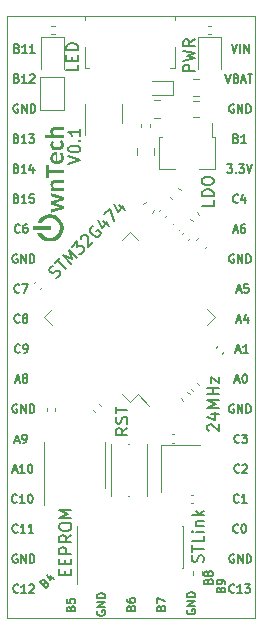
<source format=gbr>
%TF.GenerationSoftware,KiCad,Pcbnew,6.0.1-79c1e3a40b~116~ubuntu20.04.1*%
%TF.CreationDate,2022-03-09T16:59:07+01:00*%
%TF.ProjectId,microcontroller_mini,6d696372-6f63-46f6-9e74-726f6c6c6572,rev?*%
%TF.SameCoordinates,Original*%
%TF.FileFunction,Legend,Top*%
%TF.FilePolarity,Positive*%
%FSLAX46Y46*%
G04 Gerber Fmt 4.6, Leading zero omitted, Abs format (unit mm)*
G04 Created by KiCad (PCBNEW 6.0.1-79c1e3a40b~116~ubuntu20.04.1) date 2022-03-09 16:59:07*
%MOMM*%
%LPD*%
G01*
G04 APERTURE LIST*
%ADD10C,0.150000*%
%ADD11C,0.120000*%
G04 APERTURE END LIST*
D10*
X104833333Y-87920000D02*
X104800000Y-87953333D01*
X104700000Y-87986666D01*
X104633333Y-87986666D01*
X104533333Y-87953333D01*
X104466666Y-87886666D01*
X104433333Y-87820000D01*
X104400000Y-87686666D01*
X104400000Y-87586666D01*
X104433333Y-87453333D01*
X104466666Y-87386666D01*
X104533333Y-87320000D01*
X104633333Y-87286666D01*
X104700000Y-87286666D01*
X104800000Y-87320000D01*
X104833333Y-87353333D01*
X105100000Y-87353333D02*
X105133333Y-87320000D01*
X105200000Y-87286666D01*
X105366666Y-87286666D01*
X105433333Y-87320000D01*
X105466666Y-87353333D01*
X105500000Y-87420000D01*
X105500000Y-87486666D01*
X105466666Y-87586666D01*
X105066666Y-87986666D01*
X105500000Y-87986666D01*
X86120000Y-98090000D02*
X86086666Y-98123333D01*
X85986666Y-98156666D01*
X85920000Y-98156666D01*
X85820000Y-98123333D01*
X85753333Y-98056666D01*
X85720000Y-97990000D01*
X85686666Y-97856666D01*
X85686666Y-97756666D01*
X85720000Y-97623333D01*
X85753333Y-97556666D01*
X85820000Y-97490000D01*
X85920000Y-97456666D01*
X85986666Y-97456666D01*
X86086666Y-97490000D01*
X86120000Y-97523333D01*
X86786666Y-98156666D02*
X86386666Y-98156666D01*
X86586666Y-98156666D02*
X86586666Y-97456666D01*
X86520000Y-97556666D01*
X86453333Y-97623333D01*
X86386666Y-97656666D01*
X87053333Y-97523333D02*
X87086666Y-97490000D01*
X87153333Y-97456666D01*
X87320000Y-97456666D01*
X87386666Y-97490000D01*
X87420000Y-97523333D01*
X87453333Y-97590000D01*
X87453333Y-97656666D01*
X87420000Y-97756666D01*
X87020000Y-98156666D01*
X87453333Y-98156666D01*
X104620000Y-72556666D02*
X104953333Y-72556666D01*
X104553333Y-72756666D02*
X104786666Y-72056666D01*
X105020000Y-72756666D01*
X105586666Y-72056666D02*
X105253333Y-72056666D01*
X105220000Y-72390000D01*
X105253333Y-72356666D01*
X105320000Y-72323333D01*
X105486666Y-72323333D01*
X105553333Y-72356666D01*
X105586666Y-72390000D01*
X105620000Y-72456666D01*
X105620000Y-72623333D01*
X105586666Y-72690000D01*
X105553333Y-72723333D01*
X105486666Y-72756666D01*
X105320000Y-72756666D01*
X105253333Y-72723333D01*
X105220000Y-72690000D01*
X85963333Y-64760000D02*
X86063333Y-64793333D01*
X86096666Y-64826666D01*
X86130000Y-64893333D01*
X86130000Y-64993333D01*
X86096666Y-65060000D01*
X86063333Y-65093333D01*
X85996666Y-65126666D01*
X85730000Y-65126666D01*
X85730000Y-64426666D01*
X85963333Y-64426666D01*
X86030000Y-64460000D01*
X86063333Y-64493333D01*
X86096666Y-64560000D01*
X86096666Y-64626666D01*
X86063333Y-64693333D01*
X86030000Y-64726666D01*
X85963333Y-64760000D01*
X85730000Y-64760000D01*
X86796666Y-65126666D02*
X86396666Y-65126666D01*
X86596666Y-65126666D02*
X86596666Y-64426666D01*
X86530000Y-64526666D01*
X86463333Y-64593333D01*
X86396666Y-64626666D01*
X87430000Y-64426666D02*
X87096666Y-64426666D01*
X87063333Y-64760000D01*
X87096666Y-64726666D01*
X87163333Y-64693333D01*
X87330000Y-64693333D01*
X87396666Y-64726666D01*
X87430000Y-64760000D01*
X87463333Y-64826666D01*
X87463333Y-64993333D01*
X87430000Y-65060000D01*
X87396666Y-65093333D01*
X87330000Y-65126666D01*
X87163333Y-65126666D01*
X87096666Y-65093333D01*
X87063333Y-65060000D01*
X86026666Y-94950000D02*
X85960000Y-94916666D01*
X85860000Y-94916666D01*
X85760000Y-94950000D01*
X85693333Y-95016666D01*
X85660000Y-95083333D01*
X85626666Y-95216666D01*
X85626666Y-95316666D01*
X85660000Y-95450000D01*
X85693333Y-95516666D01*
X85760000Y-95583333D01*
X85860000Y-95616666D01*
X85926666Y-95616666D01*
X86026666Y-95583333D01*
X86060000Y-95550000D01*
X86060000Y-95316666D01*
X85926666Y-95316666D01*
X86360000Y-95616666D02*
X86360000Y-94916666D01*
X86760000Y-95616666D01*
X86760000Y-94916666D01*
X87093333Y-95616666D02*
X87093333Y-94916666D01*
X87260000Y-94916666D01*
X87360000Y-94950000D01*
X87426666Y-95016666D01*
X87460000Y-95083333D01*
X87493333Y-95216666D01*
X87493333Y-95316666D01*
X87460000Y-95450000D01*
X87426666Y-95516666D01*
X87360000Y-95583333D01*
X87260000Y-95616666D01*
X87093333Y-95616666D01*
X86096666Y-56840000D02*
X86030000Y-56806666D01*
X85930000Y-56806666D01*
X85830000Y-56840000D01*
X85763333Y-56906666D01*
X85730000Y-56973333D01*
X85696666Y-57106666D01*
X85696666Y-57206666D01*
X85730000Y-57340000D01*
X85763333Y-57406666D01*
X85830000Y-57473333D01*
X85930000Y-57506666D01*
X85996666Y-57506666D01*
X86096666Y-57473333D01*
X86130000Y-57440000D01*
X86130000Y-57206666D01*
X85996666Y-57206666D01*
X86430000Y-57506666D02*
X86430000Y-56806666D01*
X86830000Y-57506666D01*
X86830000Y-56806666D01*
X87163333Y-57506666D02*
X87163333Y-56806666D01*
X87330000Y-56806666D01*
X87430000Y-56840000D01*
X87496666Y-56906666D01*
X87530000Y-56973333D01*
X87563333Y-57106666D01*
X87563333Y-57206666D01*
X87530000Y-57340000D01*
X87496666Y-57406666D01*
X87430000Y-57473333D01*
X87330000Y-57506666D01*
X87163333Y-57506666D01*
X104733333Y-65070000D02*
X104700000Y-65103333D01*
X104600000Y-65136666D01*
X104533333Y-65136666D01*
X104433333Y-65103333D01*
X104366666Y-65036666D01*
X104333333Y-64970000D01*
X104300000Y-64836666D01*
X104300000Y-64736666D01*
X104333333Y-64603333D01*
X104366666Y-64536666D01*
X104433333Y-64470000D01*
X104533333Y-64436666D01*
X104600000Y-64436666D01*
X104700000Y-64470000D01*
X104733333Y-64503333D01*
X105333333Y-64670000D02*
X105333333Y-65136666D01*
X105166666Y-64403333D02*
X105000000Y-64903333D01*
X105433333Y-64903333D01*
X92800000Y-99683333D02*
X92766666Y-99750000D01*
X92766666Y-99850000D01*
X92800000Y-99950000D01*
X92866666Y-100016666D01*
X92933333Y-100050000D01*
X93066666Y-100083333D01*
X93166666Y-100083333D01*
X93300000Y-100050000D01*
X93366666Y-100016666D01*
X93433333Y-99950000D01*
X93466666Y-99850000D01*
X93466666Y-99783333D01*
X93433333Y-99683333D01*
X93400000Y-99650000D01*
X93166666Y-99650000D01*
X93166666Y-99783333D01*
X93466666Y-99350000D02*
X92766666Y-99350000D01*
X93466666Y-98950000D01*
X92766666Y-98950000D01*
X93466666Y-98616666D02*
X92766666Y-98616666D01*
X92766666Y-98450000D01*
X92800000Y-98350000D01*
X92866666Y-98283333D01*
X92933333Y-98250000D01*
X93066666Y-98216666D01*
X93166666Y-98216666D01*
X93300000Y-98250000D01*
X93366666Y-98283333D01*
X93433333Y-98350000D01*
X93466666Y-98450000D01*
X93466666Y-98616666D01*
X86023333Y-52070000D02*
X86123333Y-52103333D01*
X86156666Y-52136666D01*
X86190000Y-52203333D01*
X86190000Y-52303333D01*
X86156666Y-52370000D01*
X86123333Y-52403333D01*
X86056666Y-52436666D01*
X85790000Y-52436666D01*
X85790000Y-51736666D01*
X86023333Y-51736666D01*
X86090000Y-51770000D01*
X86123333Y-51803333D01*
X86156666Y-51870000D01*
X86156666Y-51936666D01*
X86123333Y-52003333D01*
X86090000Y-52036666D01*
X86023333Y-52070000D01*
X85790000Y-52070000D01*
X86856666Y-52436666D02*
X86456666Y-52436666D01*
X86656666Y-52436666D02*
X86656666Y-51736666D01*
X86590000Y-51836666D01*
X86523333Y-51903333D01*
X86456666Y-51936666D01*
X87523333Y-52436666D02*
X87123333Y-52436666D01*
X87323333Y-52436666D02*
X87323333Y-51736666D01*
X87256666Y-51836666D01*
X87190000Y-51903333D01*
X87123333Y-51936666D01*
X103650000Y-54276666D02*
X103883333Y-54976666D01*
X104116666Y-54276666D01*
X104583333Y-54610000D02*
X104683333Y-54643333D01*
X104716666Y-54676666D01*
X104750000Y-54743333D01*
X104750000Y-54843333D01*
X104716666Y-54910000D01*
X104683333Y-54943333D01*
X104616666Y-54976666D01*
X104350000Y-54976666D01*
X104350000Y-54276666D01*
X104583333Y-54276666D01*
X104650000Y-54310000D01*
X104683333Y-54343333D01*
X104716666Y-54410000D01*
X104716666Y-54476666D01*
X104683333Y-54543333D01*
X104650000Y-54576666D01*
X104583333Y-54610000D01*
X104350000Y-54610000D01*
X105016666Y-54776666D02*
X105350000Y-54776666D01*
X104950000Y-54976666D02*
X105183333Y-54276666D01*
X105416666Y-54976666D01*
X105550000Y-54276666D02*
X105950000Y-54276666D01*
X105750000Y-54976666D02*
X105750000Y-54276666D01*
X85890000Y-80166666D02*
X86223333Y-80166666D01*
X85823333Y-80366666D02*
X86056666Y-79666666D01*
X86290000Y-80366666D01*
X86623333Y-79966666D02*
X86556666Y-79933333D01*
X86523333Y-79900000D01*
X86490000Y-79833333D01*
X86490000Y-79800000D01*
X86523333Y-79733333D01*
X86556666Y-79700000D01*
X86623333Y-79666666D01*
X86756666Y-79666666D01*
X86823333Y-79700000D01*
X86856666Y-79733333D01*
X86890000Y-79800000D01*
X86890000Y-79833333D01*
X86856666Y-79900000D01*
X86823333Y-79933333D01*
X86756666Y-79966666D01*
X86623333Y-79966666D01*
X86556666Y-80000000D01*
X86523333Y-80033333D01*
X86490000Y-80100000D01*
X86490000Y-80233333D01*
X86523333Y-80300000D01*
X86556666Y-80333333D01*
X86623333Y-80366666D01*
X86756666Y-80366666D01*
X86823333Y-80333333D01*
X86856666Y-80300000D01*
X86890000Y-80233333D01*
X86890000Y-80100000D01*
X86856666Y-80033333D01*
X86823333Y-80000000D01*
X86756666Y-79966666D01*
X104366666Y-56840000D02*
X104300000Y-56806666D01*
X104200000Y-56806666D01*
X104100000Y-56840000D01*
X104033333Y-56906666D01*
X104000000Y-56973333D01*
X103966666Y-57106666D01*
X103966666Y-57206666D01*
X104000000Y-57340000D01*
X104033333Y-57406666D01*
X104100000Y-57473333D01*
X104200000Y-57506666D01*
X104266666Y-57506666D01*
X104366666Y-57473333D01*
X104400000Y-57440000D01*
X104400000Y-57206666D01*
X104266666Y-57206666D01*
X104700000Y-57506666D02*
X104700000Y-56806666D01*
X105100000Y-57506666D01*
X105100000Y-56806666D01*
X105433333Y-57506666D02*
X105433333Y-56806666D01*
X105600000Y-56806666D01*
X105700000Y-56840000D01*
X105766666Y-56906666D01*
X105800000Y-56973333D01*
X105833333Y-57106666D01*
X105833333Y-57206666D01*
X105800000Y-57340000D01*
X105766666Y-57406666D01*
X105700000Y-57473333D01*
X105600000Y-57506666D01*
X105433333Y-57506666D01*
X104490000Y-80166666D02*
X104823333Y-80166666D01*
X104423333Y-80366666D02*
X104656666Y-79666666D01*
X104890000Y-80366666D01*
X105256666Y-79666666D02*
X105323333Y-79666666D01*
X105390000Y-79700000D01*
X105423333Y-79733333D01*
X105456666Y-79800000D01*
X105490000Y-79933333D01*
X105490000Y-80100000D01*
X105456666Y-80233333D01*
X105423333Y-80300000D01*
X105390000Y-80333333D01*
X105323333Y-80366666D01*
X105256666Y-80366666D01*
X105190000Y-80333333D01*
X105156666Y-80300000D01*
X105123333Y-80233333D01*
X105090000Y-80100000D01*
X105090000Y-79933333D01*
X105123333Y-79800000D01*
X105156666Y-79733333D01*
X105190000Y-79700000D01*
X105256666Y-79666666D01*
X104366666Y-82250000D02*
X104300000Y-82216666D01*
X104200000Y-82216666D01*
X104100000Y-82250000D01*
X104033333Y-82316666D01*
X104000000Y-82383333D01*
X103966666Y-82516666D01*
X103966666Y-82616666D01*
X104000000Y-82750000D01*
X104033333Y-82816666D01*
X104100000Y-82883333D01*
X104200000Y-82916666D01*
X104266666Y-82916666D01*
X104366666Y-82883333D01*
X104400000Y-82850000D01*
X104400000Y-82616666D01*
X104266666Y-82616666D01*
X104700000Y-82916666D02*
X104700000Y-82216666D01*
X105100000Y-82916666D01*
X105100000Y-82216666D01*
X105433333Y-82916666D02*
X105433333Y-82216666D01*
X105600000Y-82216666D01*
X105700000Y-82250000D01*
X105766666Y-82316666D01*
X105800000Y-82383333D01*
X105833333Y-82516666D01*
X105833333Y-82616666D01*
X105800000Y-82750000D01*
X105766666Y-82816666D01*
X105700000Y-82883333D01*
X105600000Y-82916666D01*
X105433333Y-82916666D01*
X86016666Y-82250000D02*
X85950000Y-82216666D01*
X85850000Y-82216666D01*
X85750000Y-82250000D01*
X85683333Y-82316666D01*
X85650000Y-82383333D01*
X85616666Y-82516666D01*
X85616666Y-82616666D01*
X85650000Y-82750000D01*
X85683333Y-82816666D01*
X85750000Y-82883333D01*
X85850000Y-82916666D01*
X85916666Y-82916666D01*
X86016666Y-82883333D01*
X86050000Y-82850000D01*
X86050000Y-82616666D01*
X85916666Y-82616666D01*
X86350000Y-82916666D02*
X86350000Y-82216666D01*
X86750000Y-82916666D01*
X86750000Y-82216666D01*
X87083333Y-82916666D02*
X87083333Y-82216666D01*
X87250000Y-82216666D01*
X87350000Y-82250000D01*
X87416666Y-82316666D01*
X87450000Y-82383333D01*
X87483333Y-82516666D01*
X87483333Y-82616666D01*
X87450000Y-82750000D01*
X87416666Y-82816666D01*
X87350000Y-82883333D01*
X87250000Y-82916666D01*
X87083333Y-82916666D01*
X86026666Y-69550800D02*
X85960000Y-69517466D01*
X85860000Y-69517466D01*
X85760000Y-69550800D01*
X85693333Y-69617466D01*
X85660000Y-69684133D01*
X85626666Y-69817466D01*
X85626666Y-69917466D01*
X85660000Y-70050800D01*
X85693333Y-70117466D01*
X85760000Y-70184133D01*
X85860000Y-70217466D01*
X85926666Y-70217466D01*
X86026666Y-70184133D01*
X86060000Y-70150800D01*
X86060000Y-69917466D01*
X85926666Y-69917466D01*
X86360000Y-70217466D02*
X86360000Y-69517466D01*
X86760000Y-70217466D01*
X86760000Y-69517466D01*
X87093333Y-70217466D02*
X87093333Y-69517466D01*
X87260000Y-69517466D01*
X87360000Y-69550800D01*
X87426666Y-69617466D01*
X87460000Y-69684133D01*
X87493333Y-69817466D01*
X87493333Y-69917466D01*
X87460000Y-70050800D01*
X87426666Y-70117466D01*
X87360000Y-70184133D01*
X87260000Y-70217466D01*
X87093333Y-70217466D01*
X104610000Y-75096666D02*
X104943333Y-75096666D01*
X104543333Y-75296666D02*
X104776666Y-74596666D01*
X105010000Y-75296666D01*
X105543333Y-74830000D02*
X105543333Y-75296666D01*
X105376666Y-74563333D02*
X105210000Y-75063333D01*
X105643333Y-75063333D01*
X86233333Y-75220000D02*
X86200000Y-75253333D01*
X86100000Y-75286666D01*
X86033333Y-75286666D01*
X85933333Y-75253333D01*
X85866666Y-75186666D01*
X85833333Y-75120000D01*
X85800000Y-74986666D01*
X85800000Y-74886666D01*
X85833333Y-74753333D01*
X85866666Y-74686666D01*
X85933333Y-74620000D01*
X86033333Y-74586666D01*
X86100000Y-74586666D01*
X86200000Y-74620000D01*
X86233333Y-74653333D01*
X86633333Y-74886666D02*
X86566666Y-74853333D01*
X86533333Y-74820000D01*
X86500000Y-74753333D01*
X86500000Y-74720000D01*
X86533333Y-74653333D01*
X86566666Y-74620000D01*
X86633333Y-74586666D01*
X86766666Y-74586666D01*
X86833333Y-74620000D01*
X86866666Y-74653333D01*
X86900000Y-74720000D01*
X86900000Y-74753333D01*
X86866666Y-74820000D01*
X86833333Y-74853333D01*
X86766666Y-74886666D01*
X86633333Y-74886666D01*
X86566666Y-74920000D01*
X86533333Y-74953333D01*
X86500000Y-75020000D01*
X86500000Y-75153333D01*
X86533333Y-75220000D01*
X86566666Y-75253333D01*
X86633333Y-75286666D01*
X86766666Y-75286666D01*
X86833333Y-75253333D01*
X86866666Y-75220000D01*
X86900000Y-75153333D01*
X86900000Y-75020000D01*
X86866666Y-74953333D01*
X86833333Y-74920000D01*
X86766666Y-74886666D01*
X85963333Y-62220000D02*
X86063333Y-62253333D01*
X86096666Y-62286666D01*
X86130000Y-62353333D01*
X86130000Y-62453333D01*
X86096666Y-62520000D01*
X86063333Y-62553333D01*
X85996666Y-62586666D01*
X85730000Y-62586666D01*
X85730000Y-61886666D01*
X85963333Y-61886666D01*
X86030000Y-61920000D01*
X86063333Y-61953333D01*
X86096666Y-62020000D01*
X86096666Y-62086666D01*
X86063333Y-62153333D01*
X86030000Y-62186666D01*
X85963333Y-62220000D01*
X85730000Y-62220000D01*
X86796666Y-62586666D02*
X86396666Y-62586666D01*
X86596666Y-62586666D02*
X86596666Y-61886666D01*
X86530000Y-61986666D01*
X86463333Y-62053333D01*
X86396666Y-62086666D01*
X87396666Y-62120000D02*
X87396666Y-62586666D01*
X87230000Y-61853333D02*
X87063333Y-62353333D01*
X87496666Y-62353333D01*
X86060000Y-92990000D02*
X86026666Y-93023333D01*
X85926666Y-93056666D01*
X85860000Y-93056666D01*
X85760000Y-93023333D01*
X85693333Y-92956666D01*
X85660000Y-92890000D01*
X85626666Y-92756666D01*
X85626666Y-92656666D01*
X85660000Y-92523333D01*
X85693333Y-92456666D01*
X85760000Y-92390000D01*
X85860000Y-92356666D01*
X85926666Y-92356666D01*
X86026666Y-92390000D01*
X86060000Y-92423333D01*
X86726666Y-93056666D02*
X86326666Y-93056666D01*
X86526666Y-93056666D02*
X86526666Y-92356666D01*
X86460000Y-92456666D01*
X86393333Y-92523333D01*
X86326666Y-92556666D01*
X87393333Y-93056666D02*
X86993333Y-93056666D01*
X87193333Y-93056666D02*
X87193333Y-92356666D01*
X87126666Y-92456666D01*
X87060000Y-92523333D01*
X86993333Y-92556666D01*
X86253333Y-67600000D02*
X86220000Y-67633333D01*
X86120000Y-67666666D01*
X86053333Y-67666666D01*
X85953333Y-67633333D01*
X85886666Y-67566666D01*
X85853333Y-67500000D01*
X85820000Y-67366666D01*
X85820000Y-67266666D01*
X85853333Y-67133333D01*
X85886666Y-67066666D01*
X85953333Y-67000000D01*
X86053333Y-66966666D01*
X86120000Y-66966666D01*
X86220000Y-67000000D01*
X86253333Y-67033333D01*
X86853333Y-66966666D02*
X86720000Y-66966666D01*
X86653333Y-67000000D01*
X86620000Y-67033333D01*
X86553333Y-67133333D01*
X86520000Y-67266666D01*
X86520000Y-67533333D01*
X86553333Y-67600000D01*
X86586666Y-67633333D01*
X86653333Y-67666666D01*
X86786666Y-67666666D01*
X86853333Y-67633333D01*
X86886666Y-67600000D01*
X86920000Y-67533333D01*
X86920000Y-67366666D01*
X86886666Y-67300000D01*
X86853333Y-67266666D01*
X86786666Y-67233333D01*
X86653333Y-67233333D01*
X86586666Y-67266666D01*
X86553333Y-67300000D01*
X86520000Y-67366666D01*
X104783333Y-90450000D02*
X104750000Y-90483333D01*
X104650000Y-90516666D01*
X104583333Y-90516666D01*
X104483333Y-90483333D01*
X104416666Y-90416666D01*
X104383333Y-90350000D01*
X104350000Y-90216666D01*
X104350000Y-90116666D01*
X104383333Y-89983333D01*
X104416666Y-89916666D01*
X104483333Y-89850000D01*
X104583333Y-89816666D01*
X104650000Y-89816666D01*
X104750000Y-89850000D01*
X104783333Y-89883333D01*
X105450000Y-90516666D02*
X105050000Y-90516666D01*
X105250000Y-90516666D02*
X105250000Y-89816666D01*
X105183333Y-89916666D01*
X105116666Y-89983333D01*
X105050000Y-90016666D01*
X104566666Y-59690000D02*
X104666666Y-59723333D01*
X104700000Y-59756666D01*
X104733333Y-59823333D01*
X104733333Y-59923333D01*
X104700000Y-59990000D01*
X104666666Y-60023333D01*
X104600000Y-60056666D01*
X104333333Y-60056666D01*
X104333333Y-59356666D01*
X104566666Y-59356666D01*
X104633333Y-59390000D01*
X104666666Y-59423333D01*
X104700000Y-59490000D01*
X104700000Y-59556666D01*
X104666666Y-59623333D01*
X104633333Y-59656666D01*
X104566666Y-59690000D01*
X104333333Y-59690000D01*
X105400000Y-60056666D02*
X105000000Y-60056666D01*
X105200000Y-60056666D02*
X105200000Y-59356666D01*
X105133333Y-59456666D01*
X105066666Y-59523333D01*
X105000000Y-59556666D01*
X86213333Y-72690000D02*
X86180000Y-72723333D01*
X86080000Y-72756666D01*
X86013333Y-72756666D01*
X85913333Y-72723333D01*
X85846666Y-72656666D01*
X85813333Y-72590000D01*
X85780000Y-72456666D01*
X85780000Y-72356666D01*
X85813333Y-72223333D01*
X85846666Y-72156666D01*
X85913333Y-72090000D01*
X86013333Y-72056666D01*
X86080000Y-72056666D01*
X86180000Y-72090000D01*
X86213333Y-72123333D01*
X86446666Y-72056666D02*
X86913333Y-72056666D01*
X86613333Y-72756666D01*
X103250000Y-97883333D02*
X103283333Y-97783333D01*
X103316666Y-97750000D01*
X103383333Y-97716666D01*
X103483333Y-97716666D01*
X103550000Y-97750000D01*
X103583333Y-97783333D01*
X103616666Y-97850000D01*
X103616666Y-98116666D01*
X102916666Y-98116666D01*
X102916666Y-97883333D01*
X102950000Y-97816666D01*
X102983333Y-97783333D01*
X103050000Y-97750000D01*
X103116666Y-97750000D01*
X103183333Y-97783333D01*
X103216666Y-97816666D01*
X103250000Y-97883333D01*
X103250000Y-98116666D01*
X103616666Y-97383333D02*
X103616666Y-97250000D01*
X103583333Y-97183333D01*
X103550000Y-97150000D01*
X103450000Y-97083333D01*
X103316666Y-97050000D01*
X103050000Y-97050000D01*
X102983333Y-97083333D01*
X102950000Y-97116666D01*
X102916666Y-97183333D01*
X102916666Y-97316666D01*
X102950000Y-97383333D01*
X102983333Y-97416666D01*
X103050000Y-97450000D01*
X103216666Y-97450000D01*
X103283333Y-97416666D01*
X103316666Y-97383333D01*
X103350000Y-97316666D01*
X103350000Y-97183333D01*
X103316666Y-97116666D01*
X103283333Y-97083333D01*
X103216666Y-97050000D01*
X86000000Y-90460000D02*
X85966666Y-90493333D01*
X85866666Y-90526666D01*
X85800000Y-90526666D01*
X85700000Y-90493333D01*
X85633333Y-90426666D01*
X85600000Y-90360000D01*
X85566666Y-90226666D01*
X85566666Y-90126666D01*
X85600000Y-89993333D01*
X85633333Y-89926666D01*
X85700000Y-89860000D01*
X85800000Y-89826666D01*
X85866666Y-89826666D01*
X85966666Y-89860000D01*
X86000000Y-89893333D01*
X86666666Y-90526666D02*
X86266666Y-90526666D01*
X86466666Y-90526666D02*
X86466666Y-89826666D01*
X86400000Y-89926666D01*
X86333333Y-89993333D01*
X86266666Y-90026666D01*
X87100000Y-89826666D02*
X87166666Y-89826666D01*
X87233333Y-89860000D01*
X87266666Y-89893333D01*
X87300000Y-89960000D01*
X87333333Y-90093333D01*
X87333333Y-90260000D01*
X87300000Y-90393333D01*
X87266666Y-90460000D01*
X87233333Y-90493333D01*
X87166666Y-90526666D01*
X87100000Y-90526666D01*
X87033333Y-90493333D01*
X87000000Y-90460000D01*
X86966666Y-90393333D01*
X86933333Y-90260000D01*
X86933333Y-90093333D01*
X86966666Y-89960000D01*
X87000000Y-89893333D01*
X87033333Y-89860000D01*
X87100000Y-89826666D01*
X88364297Y-97314991D02*
X88458578Y-97267851D01*
X88505719Y-97267851D01*
X88576429Y-97291421D01*
X88647140Y-97362132D01*
X88670710Y-97432842D01*
X88670710Y-97479983D01*
X88647140Y-97550693D01*
X88458578Y-97739255D01*
X87963603Y-97244280D01*
X88128595Y-97079289D01*
X88199306Y-97055719D01*
X88246446Y-97055719D01*
X88317157Y-97079289D01*
X88364297Y-97126429D01*
X88387867Y-97197140D01*
X88387867Y-97244280D01*
X88364297Y-97314991D01*
X88199306Y-97479983D01*
X88835702Y-96702165D02*
X89165685Y-97032148D01*
X88529289Y-96631455D02*
X88764991Y-97102859D01*
X89071404Y-96796446D01*
X98180000Y-99433333D02*
X98213333Y-99333333D01*
X98246666Y-99300000D01*
X98313333Y-99266666D01*
X98413333Y-99266666D01*
X98480000Y-99300000D01*
X98513333Y-99333333D01*
X98546666Y-99400000D01*
X98546666Y-99666666D01*
X97846666Y-99666666D01*
X97846666Y-99433333D01*
X97880000Y-99366666D01*
X97913333Y-99333333D01*
X97980000Y-99300000D01*
X98046666Y-99300000D01*
X98113333Y-99333333D01*
X98146666Y-99366666D01*
X98180000Y-99433333D01*
X98180000Y-99666666D01*
X97846666Y-99033333D02*
X97846666Y-98566666D01*
X98546666Y-98866666D01*
X100420000Y-99583333D02*
X100386666Y-99650000D01*
X100386666Y-99750000D01*
X100420000Y-99850000D01*
X100486666Y-99916666D01*
X100553333Y-99950000D01*
X100686666Y-99983333D01*
X100786666Y-99983333D01*
X100920000Y-99950000D01*
X100986666Y-99916666D01*
X101053333Y-99850000D01*
X101086666Y-99750000D01*
X101086666Y-99683333D01*
X101053333Y-99583333D01*
X101020000Y-99550000D01*
X100786666Y-99550000D01*
X100786666Y-99683333D01*
X101086666Y-99250000D02*
X100386666Y-99250000D01*
X101086666Y-98850000D01*
X100386666Y-98850000D01*
X101086666Y-98516666D02*
X100386666Y-98516666D01*
X100386666Y-98350000D01*
X100420000Y-98250000D01*
X100486666Y-98183333D01*
X100553333Y-98150000D01*
X100686666Y-98116666D01*
X100786666Y-98116666D01*
X100920000Y-98150000D01*
X100986666Y-98183333D01*
X101053333Y-98250000D01*
X101086666Y-98350000D01*
X101086666Y-98516666D01*
X104376666Y-94950000D02*
X104310000Y-94916666D01*
X104210000Y-94916666D01*
X104110000Y-94950000D01*
X104043333Y-95016666D01*
X104010000Y-95083333D01*
X103976666Y-95216666D01*
X103976666Y-95316666D01*
X104010000Y-95450000D01*
X104043333Y-95516666D01*
X104110000Y-95583333D01*
X104210000Y-95616666D01*
X104276666Y-95616666D01*
X104376666Y-95583333D01*
X104410000Y-95550000D01*
X104410000Y-95316666D01*
X104276666Y-95316666D01*
X104710000Y-95616666D02*
X104710000Y-94916666D01*
X105110000Y-95616666D01*
X105110000Y-94916666D01*
X105443333Y-95616666D02*
X105443333Y-94916666D01*
X105610000Y-94916666D01*
X105710000Y-94950000D01*
X105776666Y-95016666D01*
X105810000Y-95083333D01*
X105843333Y-95216666D01*
X105843333Y-95316666D01*
X105810000Y-95450000D01*
X105776666Y-95516666D01*
X105710000Y-95583333D01*
X105610000Y-95616666D01*
X105443333Y-95616666D01*
X85656666Y-87786666D02*
X85990000Y-87786666D01*
X85590000Y-87986666D02*
X85823333Y-87286666D01*
X86056666Y-87986666D01*
X86656666Y-87986666D02*
X86256666Y-87986666D01*
X86456666Y-87986666D02*
X86456666Y-87286666D01*
X86390000Y-87386666D01*
X86323333Y-87453333D01*
X86256666Y-87486666D01*
X87090000Y-87286666D02*
X87156666Y-87286666D01*
X87223333Y-87320000D01*
X87256666Y-87353333D01*
X87290000Y-87420000D01*
X87323333Y-87553333D01*
X87323333Y-87720000D01*
X87290000Y-87853333D01*
X87256666Y-87920000D01*
X87223333Y-87953333D01*
X87156666Y-87986666D01*
X87090000Y-87986666D01*
X87023333Y-87953333D01*
X86990000Y-87920000D01*
X86956666Y-87853333D01*
X86923333Y-87720000D01*
X86923333Y-87553333D01*
X86956666Y-87420000D01*
X86990000Y-87353333D01*
X87023333Y-87320000D01*
X87090000Y-87286666D01*
X90560000Y-99483333D02*
X90593333Y-99383333D01*
X90626666Y-99350000D01*
X90693333Y-99316666D01*
X90793333Y-99316666D01*
X90860000Y-99350000D01*
X90893333Y-99383333D01*
X90926666Y-99450000D01*
X90926666Y-99716666D01*
X90226666Y-99716666D01*
X90226666Y-99483333D01*
X90260000Y-99416666D01*
X90293333Y-99383333D01*
X90360000Y-99350000D01*
X90426666Y-99350000D01*
X90493333Y-99383333D01*
X90526666Y-99416666D01*
X90560000Y-99483333D01*
X90560000Y-99716666D01*
X90226666Y-98683333D02*
X90226666Y-99016666D01*
X90560000Y-99050000D01*
X90526666Y-99016666D01*
X90493333Y-98950000D01*
X90493333Y-98783333D01*
X90526666Y-98716666D01*
X90560000Y-98683333D01*
X90626666Y-98650000D01*
X90793333Y-98650000D01*
X90860000Y-98683333D01*
X90893333Y-98716666D01*
X90926666Y-98783333D01*
X90926666Y-98950000D01*
X90893333Y-99016666D01*
X90860000Y-99050000D01*
X90352380Y-61823809D02*
X91352380Y-61490476D01*
X90352380Y-61157142D01*
X90352380Y-60633333D02*
X90352380Y-60538095D01*
X90400000Y-60442857D01*
X90447619Y-60395238D01*
X90542857Y-60347619D01*
X90733333Y-60300000D01*
X90971428Y-60300000D01*
X91161904Y-60347619D01*
X91257142Y-60395238D01*
X91304761Y-60442857D01*
X91352380Y-60538095D01*
X91352380Y-60633333D01*
X91304761Y-60728571D01*
X91257142Y-60776190D01*
X91161904Y-60823809D01*
X90971428Y-60871428D01*
X90733333Y-60871428D01*
X90542857Y-60823809D01*
X90447619Y-60776190D01*
X90400000Y-60728571D01*
X90352380Y-60633333D01*
X91257142Y-59871428D02*
X91304761Y-59823809D01*
X91352380Y-59871428D01*
X91304761Y-59919047D01*
X91257142Y-59871428D01*
X91352380Y-59871428D01*
X91352380Y-58871428D02*
X91352380Y-59442857D01*
X91352380Y-59157142D02*
X90352380Y-59157142D01*
X90495238Y-59252380D01*
X90590476Y-59347619D01*
X90638095Y-59442857D01*
X103816666Y-61896666D02*
X104250000Y-61896666D01*
X104016666Y-62163333D01*
X104116666Y-62163333D01*
X104183333Y-62196666D01*
X104216666Y-62230000D01*
X104250000Y-62296666D01*
X104250000Y-62463333D01*
X104216666Y-62530000D01*
X104183333Y-62563333D01*
X104116666Y-62596666D01*
X103916666Y-62596666D01*
X103850000Y-62563333D01*
X103816666Y-62530000D01*
X104550000Y-62530000D02*
X104583333Y-62563333D01*
X104550000Y-62596666D01*
X104516666Y-62563333D01*
X104550000Y-62530000D01*
X104550000Y-62596666D01*
X104816666Y-61896666D02*
X105250000Y-61896666D01*
X105016666Y-62163333D01*
X105116666Y-62163333D01*
X105183333Y-62196666D01*
X105216666Y-62230000D01*
X105250000Y-62296666D01*
X105250000Y-62463333D01*
X105216666Y-62530000D01*
X105183333Y-62563333D01*
X105116666Y-62596666D01*
X104916666Y-62596666D01*
X104850000Y-62563333D01*
X104816666Y-62530000D01*
X105450000Y-61896666D02*
X105683333Y-62596666D01*
X105916666Y-61896666D01*
X85963333Y-59680000D02*
X86063333Y-59713333D01*
X86096666Y-59746666D01*
X86130000Y-59813333D01*
X86130000Y-59913333D01*
X86096666Y-59980000D01*
X86063333Y-60013333D01*
X85996666Y-60046666D01*
X85730000Y-60046666D01*
X85730000Y-59346666D01*
X85963333Y-59346666D01*
X86030000Y-59380000D01*
X86063333Y-59413333D01*
X86096666Y-59480000D01*
X86096666Y-59546666D01*
X86063333Y-59613333D01*
X86030000Y-59646666D01*
X85963333Y-59680000D01*
X85730000Y-59680000D01*
X86796666Y-60046666D02*
X86396666Y-60046666D01*
X86596666Y-60046666D02*
X86596666Y-59346666D01*
X86530000Y-59446666D01*
X86463333Y-59513333D01*
X86396666Y-59546666D01*
X87030000Y-59346666D02*
X87463333Y-59346666D01*
X87230000Y-59613333D01*
X87330000Y-59613333D01*
X87396666Y-59646666D01*
X87430000Y-59680000D01*
X87463333Y-59746666D01*
X87463333Y-59913333D01*
X87430000Y-59980000D01*
X87396666Y-60013333D01*
X87330000Y-60046666D01*
X87130000Y-60046666D01*
X87063333Y-60013333D01*
X87030000Y-59980000D01*
X85840000Y-85266666D02*
X86173333Y-85266666D01*
X85773333Y-85466666D02*
X86006666Y-84766666D01*
X86240000Y-85466666D01*
X86506666Y-85466666D02*
X86640000Y-85466666D01*
X86706666Y-85433333D01*
X86740000Y-85400000D01*
X86806666Y-85300000D01*
X86840000Y-85166666D01*
X86840000Y-84900000D01*
X86806666Y-84833333D01*
X86773333Y-84800000D01*
X86706666Y-84766666D01*
X86573333Y-84766666D01*
X86506666Y-84800000D01*
X86473333Y-84833333D01*
X86440000Y-84900000D01*
X86440000Y-85066666D01*
X86473333Y-85133333D01*
X86506666Y-85166666D01*
X86573333Y-85200000D01*
X86706666Y-85200000D01*
X86773333Y-85166666D01*
X86806666Y-85133333D01*
X86840000Y-85066666D01*
X104400000Y-98080000D02*
X104366666Y-98113333D01*
X104266666Y-98146666D01*
X104200000Y-98146666D01*
X104100000Y-98113333D01*
X104033333Y-98046666D01*
X104000000Y-97980000D01*
X103966666Y-97846666D01*
X103966666Y-97746666D01*
X104000000Y-97613333D01*
X104033333Y-97546666D01*
X104100000Y-97480000D01*
X104200000Y-97446666D01*
X104266666Y-97446666D01*
X104366666Y-97480000D01*
X104400000Y-97513333D01*
X105066666Y-98146666D02*
X104666666Y-98146666D01*
X104866666Y-98146666D02*
X104866666Y-97446666D01*
X104800000Y-97546666D01*
X104733333Y-97613333D01*
X104666666Y-97646666D01*
X105300000Y-97446666D02*
X105733333Y-97446666D01*
X105500000Y-97713333D01*
X105600000Y-97713333D01*
X105666666Y-97746666D01*
X105700000Y-97780000D01*
X105733333Y-97846666D01*
X105733333Y-98013333D01*
X105700000Y-98080000D01*
X105666666Y-98113333D01*
X105600000Y-98146666D01*
X105400000Y-98146666D01*
X105333333Y-98113333D01*
X105300000Y-98080000D01*
X104183333Y-51726666D02*
X104416666Y-52426666D01*
X104650000Y-51726666D01*
X104883333Y-52426666D02*
X104883333Y-51726666D01*
X105216666Y-52426666D02*
X105216666Y-51726666D01*
X105616666Y-52426666D01*
X105616666Y-51726666D01*
X102200000Y-97183333D02*
X102233333Y-97083333D01*
X102266666Y-97050000D01*
X102333333Y-97016666D01*
X102433333Y-97016666D01*
X102500000Y-97050000D01*
X102533333Y-97083333D01*
X102566666Y-97150000D01*
X102566666Y-97416666D01*
X101866666Y-97416666D01*
X101866666Y-97183333D01*
X101900000Y-97116666D01*
X101933333Y-97083333D01*
X102000000Y-97050000D01*
X102066666Y-97050000D01*
X102133333Y-97083333D01*
X102166666Y-97116666D01*
X102200000Y-97183333D01*
X102200000Y-97416666D01*
X102166666Y-96616666D02*
X102133333Y-96683333D01*
X102100000Y-96716666D01*
X102033333Y-96750000D01*
X102000000Y-96750000D01*
X101933333Y-96716666D01*
X101900000Y-96683333D01*
X101866666Y-96616666D01*
X101866666Y-96483333D01*
X101900000Y-96416666D01*
X101933333Y-96383333D01*
X102000000Y-96350000D01*
X102033333Y-96350000D01*
X102100000Y-96383333D01*
X102133333Y-96416666D01*
X102166666Y-96483333D01*
X102166666Y-96616666D01*
X102200000Y-96683333D01*
X102233333Y-96716666D01*
X102300000Y-96750000D01*
X102433333Y-96750000D01*
X102500000Y-96716666D01*
X102533333Y-96683333D01*
X102566666Y-96616666D01*
X102566666Y-96483333D01*
X102533333Y-96416666D01*
X102500000Y-96383333D01*
X102433333Y-96350000D01*
X102300000Y-96350000D01*
X102233333Y-96383333D01*
X102200000Y-96416666D01*
X102166666Y-96483333D01*
X86263333Y-77760000D02*
X86230000Y-77793333D01*
X86130000Y-77826666D01*
X86063333Y-77826666D01*
X85963333Y-77793333D01*
X85896666Y-77726666D01*
X85863333Y-77660000D01*
X85830000Y-77526666D01*
X85830000Y-77426666D01*
X85863333Y-77293333D01*
X85896666Y-77226666D01*
X85963333Y-77160000D01*
X86063333Y-77126666D01*
X86130000Y-77126666D01*
X86230000Y-77160000D01*
X86263333Y-77193333D01*
X86596666Y-77826666D02*
X86730000Y-77826666D01*
X86796666Y-77793333D01*
X86830000Y-77760000D01*
X86896666Y-77660000D01*
X86930000Y-77526666D01*
X86930000Y-77260000D01*
X86896666Y-77193333D01*
X86863333Y-77160000D01*
X86796666Y-77126666D01*
X86663333Y-77126666D01*
X86596666Y-77160000D01*
X86563333Y-77193333D01*
X86530000Y-77260000D01*
X86530000Y-77426666D01*
X86563333Y-77493333D01*
X86596666Y-77526666D01*
X86663333Y-77560000D01*
X86796666Y-77560000D01*
X86863333Y-77526666D01*
X86896666Y-77493333D01*
X86930000Y-77426666D01*
X104833333Y-85400000D02*
X104800000Y-85433333D01*
X104700000Y-85466666D01*
X104633333Y-85466666D01*
X104533333Y-85433333D01*
X104466666Y-85366666D01*
X104433333Y-85300000D01*
X104400000Y-85166666D01*
X104400000Y-85066666D01*
X104433333Y-84933333D01*
X104466666Y-84866666D01*
X104533333Y-84800000D01*
X104633333Y-84766666D01*
X104700000Y-84766666D01*
X104800000Y-84800000D01*
X104833333Y-84833333D01*
X105066666Y-84766666D02*
X105500000Y-84766666D01*
X105266666Y-85033333D01*
X105366666Y-85033333D01*
X105433333Y-85066666D01*
X105466666Y-85100000D01*
X105500000Y-85166666D01*
X105500000Y-85333333D01*
X105466666Y-85400000D01*
X105433333Y-85433333D01*
X105366666Y-85466666D01*
X105166666Y-85466666D01*
X105100000Y-85433333D01*
X105066666Y-85400000D01*
X95640000Y-99433333D02*
X95673333Y-99333333D01*
X95706666Y-99300000D01*
X95773333Y-99266666D01*
X95873333Y-99266666D01*
X95940000Y-99300000D01*
X95973333Y-99333333D01*
X96006666Y-99400000D01*
X96006666Y-99666666D01*
X95306666Y-99666666D01*
X95306666Y-99433333D01*
X95340000Y-99366666D01*
X95373333Y-99333333D01*
X95440000Y-99300000D01*
X95506666Y-99300000D01*
X95573333Y-99333333D01*
X95606666Y-99366666D01*
X95640000Y-99433333D01*
X95640000Y-99666666D01*
X95306666Y-98666666D02*
X95306666Y-98800000D01*
X95340000Y-98866666D01*
X95373333Y-98900000D01*
X95473333Y-98966666D01*
X95606666Y-99000000D01*
X95873333Y-99000000D01*
X95940000Y-98966666D01*
X95973333Y-98933333D01*
X96006666Y-98866666D01*
X96006666Y-98733333D01*
X95973333Y-98666666D01*
X95940000Y-98633333D01*
X95873333Y-98600000D01*
X95706666Y-98600000D01*
X95640000Y-98633333D01*
X95606666Y-98666666D01*
X95573333Y-98733333D01*
X95573333Y-98866666D01*
X95606666Y-98933333D01*
X95640000Y-98966666D01*
X95706666Y-99000000D01*
X86003333Y-54600000D02*
X86103333Y-54633333D01*
X86136666Y-54666666D01*
X86170000Y-54733333D01*
X86170000Y-54833333D01*
X86136666Y-54900000D01*
X86103333Y-54933333D01*
X86036666Y-54966666D01*
X85770000Y-54966666D01*
X85770000Y-54266666D01*
X86003333Y-54266666D01*
X86070000Y-54300000D01*
X86103333Y-54333333D01*
X86136666Y-54400000D01*
X86136666Y-54466666D01*
X86103333Y-54533333D01*
X86070000Y-54566666D01*
X86003333Y-54600000D01*
X85770000Y-54600000D01*
X86836666Y-54966666D02*
X86436666Y-54966666D01*
X86636666Y-54966666D02*
X86636666Y-54266666D01*
X86570000Y-54366666D01*
X86503333Y-54433333D01*
X86436666Y-54466666D01*
X87103333Y-54333333D02*
X87136666Y-54300000D01*
X87203333Y-54266666D01*
X87370000Y-54266666D01*
X87436666Y-54300000D01*
X87470000Y-54333333D01*
X87503333Y-54400000D01*
X87503333Y-54466666D01*
X87470000Y-54566666D01*
X87070000Y-54966666D01*
X87503333Y-54966666D01*
X104560000Y-77626666D02*
X104893333Y-77626666D01*
X104493333Y-77826666D02*
X104726666Y-77126666D01*
X104960000Y-77826666D01*
X105560000Y-77826666D02*
X105160000Y-77826666D01*
X105360000Y-77826666D02*
X105360000Y-77126666D01*
X105293333Y-77226666D01*
X105226666Y-77293333D01*
X105160000Y-77326666D01*
X104350000Y-67466666D02*
X104683333Y-67466666D01*
X104283333Y-67666666D02*
X104516666Y-66966666D01*
X104750000Y-67666666D01*
X105283333Y-66966666D02*
X105150000Y-66966666D01*
X105083333Y-67000000D01*
X105050000Y-67033333D01*
X104983333Y-67133333D01*
X104950000Y-67266666D01*
X104950000Y-67533333D01*
X104983333Y-67600000D01*
X105016666Y-67633333D01*
X105083333Y-67666666D01*
X105216666Y-67666666D01*
X105283333Y-67633333D01*
X105316666Y-67600000D01*
X105350000Y-67533333D01*
X105350000Y-67366666D01*
X105316666Y-67300000D01*
X105283333Y-67266666D01*
X105216666Y-67233333D01*
X105083333Y-67233333D01*
X105016666Y-67266666D01*
X104983333Y-67300000D01*
X104950000Y-67366666D01*
X104366666Y-69540000D02*
X104300000Y-69506666D01*
X104200000Y-69506666D01*
X104100000Y-69540000D01*
X104033333Y-69606666D01*
X104000000Y-69673333D01*
X103966666Y-69806666D01*
X103966666Y-69906666D01*
X104000000Y-70040000D01*
X104033333Y-70106666D01*
X104100000Y-70173333D01*
X104200000Y-70206666D01*
X104266666Y-70206666D01*
X104366666Y-70173333D01*
X104400000Y-70140000D01*
X104400000Y-69906666D01*
X104266666Y-69906666D01*
X104700000Y-70206666D02*
X104700000Y-69506666D01*
X105100000Y-70206666D01*
X105100000Y-69506666D01*
X105433333Y-70206666D02*
X105433333Y-69506666D01*
X105600000Y-69506666D01*
X105700000Y-69540000D01*
X105766666Y-69606666D01*
X105800000Y-69673333D01*
X105833333Y-69806666D01*
X105833333Y-69906666D01*
X105800000Y-70040000D01*
X105766666Y-70106666D01*
X105700000Y-70173333D01*
X105600000Y-70206666D01*
X105433333Y-70206666D01*
X104733333Y-93000000D02*
X104700000Y-93033333D01*
X104600000Y-93066666D01*
X104533333Y-93066666D01*
X104433333Y-93033333D01*
X104366666Y-92966666D01*
X104333333Y-92900000D01*
X104300000Y-92766666D01*
X104300000Y-92666666D01*
X104333333Y-92533333D01*
X104366666Y-92466666D01*
X104433333Y-92400000D01*
X104533333Y-92366666D01*
X104600000Y-92366666D01*
X104700000Y-92400000D01*
X104733333Y-92433333D01*
X105166666Y-92366666D02*
X105233333Y-92366666D01*
X105300000Y-92400000D01*
X105333333Y-92433333D01*
X105366666Y-92500000D01*
X105400000Y-92633333D01*
X105400000Y-92800000D01*
X105366666Y-92933333D01*
X105333333Y-93000000D01*
X105300000Y-93033333D01*
X105233333Y-93066666D01*
X105166666Y-93066666D01*
X105100000Y-93033333D01*
X105066666Y-93000000D01*
X105033333Y-92933333D01*
X105000000Y-92800000D01*
X105000000Y-92633333D01*
X105033333Y-92500000D01*
X105066666Y-92433333D01*
X105100000Y-92400000D01*
X105166666Y-92366666D01*
%TO.C,U2*%
X90078571Y-96661904D02*
X90078571Y-96328571D01*
X90602380Y-96185714D02*
X90602380Y-96661904D01*
X89602380Y-96661904D01*
X89602380Y-96185714D01*
X90078571Y-95757142D02*
X90078571Y-95423809D01*
X90602380Y-95280952D02*
X90602380Y-95757142D01*
X89602380Y-95757142D01*
X89602380Y-95280952D01*
X90602380Y-94852380D02*
X89602380Y-94852380D01*
X89602380Y-94471428D01*
X89650000Y-94376190D01*
X89697619Y-94328571D01*
X89792857Y-94280952D01*
X89935714Y-94280952D01*
X90030952Y-94328571D01*
X90078571Y-94376190D01*
X90126190Y-94471428D01*
X90126190Y-94852380D01*
X90602380Y-93280952D02*
X90126190Y-93614285D01*
X90602380Y-93852380D02*
X89602380Y-93852380D01*
X89602380Y-93471428D01*
X89650000Y-93376190D01*
X89697619Y-93328571D01*
X89792857Y-93280952D01*
X89935714Y-93280952D01*
X90030952Y-93328571D01*
X90078571Y-93376190D01*
X90126190Y-93471428D01*
X90126190Y-93852380D01*
X89602380Y-92661904D02*
X89602380Y-92471428D01*
X89650000Y-92376190D01*
X89745238Y-92280952D01*
X89935714Y-92233333D01*
X90269047Y-92233333D01*
X90459523Y-92280952D01*
X90554761Y-92376190D01*
X90602380Y-92471428D01*
X90602380Y-92661904D01*
X90554761Y-92757142D01*
X90459523Y-92852380D01*
X90269047Y-92900000D01*
X89935714Y-92900000D01*
X89745238Y-92852380D01*
X89650000Y-92757142D01*
X89602380Y-92661904D01*
X90602380Y-91804761D02*
X89602380Y-91804761D01*
X90316666Y-91471428D01*
X89602380Y-91138095D01*
X90602380Y-91138095D01*
%TO.C,Y1*%
X102228597Y-84451904D02*
X102180978Y-84404285D01*
X102133358Y-84309047D01*
X102133358Y-84070952D01*
X102180978Y-83975714D01*
X102228597Y-83928095D01*
X102323835Y-83880476D01*
X102419073Y-83880476D01*
X102561930Y-83928095D01*
X103133358Y-84499523D01*
X103133358Y-83880476D01*
X102466692Y-83023333D02*
X103133358Y-83023333D01*
X102085739Y-83261428D02*
X102800025Y-83499523D01*
X102800025Y-82880476D01*
X103133358Y-82499523D02*
X102133358Y-82499523D01*
X102847644Y-82166190D01*
X102133358Y-81832857D01*
X103133358Y-81832857D01*
X103133358Y-81356666D02*
X102133358Y-81356666D01*
X102609549Y-81356666D02*
X102609549Y-80785238D01*
X103133358Y-80785238D02*
X102133358Y-80785238D01*
X102466692Y-80404285D02*
X102466692Y-79880476D01*
X103133358Y-80404285D01*
X103133358Y-79880476D01*
%TO.C,U4*%
X102652380Y-64914285D02*
X102652380Y-65390476D01*
X101652380Y-65390476D01*
X102652380Y-64580952D02*
X101652380Y-64580952D01*
X101652380Y-64342857D01*
X101700000Y-64200000D01*
X101795238Y-64104761D01*
X101890476Y-64057142D01*
X102080952Y-64009523D01*
X102223809Y-64009523D01*
X102414285Y-64057142D01*
X102509523Y-64104761D01*
X102604761Y-64200000D01*
X102652380Y-64342857D01*
X102652380Y-64580952D01*
X101652380Y-63390476D02*
X101652380Y-63200000D01*
X101700000Y-63104761D01*
X101795238Y-63009523D01*
X101985714Y-62961904D01*
X102319047Y-62961904D01*
X102509523Y-63009523D01*
X102604761Y-63104761D01*
X102652380Y-63200000D01*
X102652380Y-63390476D01*
X102604761Y-63485714D01*
X102509523Y-63580952D01*
X102319047Y-63628571D01*
X101985714Y-63628571D01*
X101795238Y-63580952D01*
X101700000Y-63485714D01*
X101652380Y-63390476D01*
%TO.C,J8*%
X101765739Y-95556666D02*
X101813358Y-95413809D01*
X101813358Y-95175714D01*
X101765739Y-95080476D01*
X101718120Y-95032857D01*
X101622882Y-94985238D01*
X101527644Y-94985238D01*
X101432406Y-95032857D01*
X101384787Y-95080476D01*
X101337168Y-95175714D01*
X101289549Y-95366190D01*
X101241930Y-95461428D01*
X101194311Y-95509047D01*
X101099073Y-95556666D01*
X101003835Y-95556666D01*
X100908597Y-95509047D01*
X100860978Y-95461428D01*
X100813358Y-95366190D01*
X100813358Y-95128095D01*
X100860978Y-94985238D01*
X100813358Y-94699523D02*
X100813358Y-94128095D01*
X101813358Y-94413809D02*
X100813358Y-94413809D01*
X101813358Y-93318571D02*
X101813358Y-93794761D01*
X100813358Y-93794761D01*
X101813358Y-92985238D02*
X101146692Y-92985238D01*
X100813358Y-92985238D02*
X100860978Y-93032857D01*
X100908597Y-92985238D01*
X100860978Y-92937619D01*
X100813358Y-92985238D01*
X100908597Y-92985238D01*
X101146692Y-92509047D02*
X101813358Y-92509047D01*
X101241930Y-92509047D02*
X101194311Y-92461428D01*
X101146692Y-92366190D01*
X101146692Y-92223333D01*
X101194311Y-92128095D01*
X101289549Y-92080476D01*
X101813358Y-92080476D01*
X101813358Y-91604285D02*
X100813358Y-91604285D01*
X101432406Y-91509047D02*
X101813358Y-91223333D01*
X101146692Y-91223333D02*
X101527644Y-91604285D01*
%TO.C,LED1*%
X91191402Y-53442857D02*
X91191402Y-53919047D01*
X90191402Y-53919047D01*
X90667593Y-53109523D02*
X90667593Y-52776190D01*
X91191402Y-52633333D02*
X91191402Y-53109523D01*
X90191402Y-53109523D01*
X90191402Y-52633333D01*
X91191402Y-52204761D02*
X90191402Y-52204761D01*
X90191402Y-51966666D01*
X90239022Y-51823809D01*
X90334260Y-51728571D01*
X90429498Y-51680952D01*
X90619974Y-51633333D01*
X90762831Y-51633333D01*
X90953307Y-51680952D01*
X91048545Y-51728571D01*
X91143783Y-51823809D01*
X91191402Y-51966666D01*
X91191402Y-52204761D01*
%TO.C,LED2*%
X101091402Y-54023333D02*
X100091402Y-54023333D01*
X100091402Y-53642380D01*
X100139022Y-53547142D01*
X100186641Y-53499523D01*
X100281879Y-53451904D01*
X100424736Y-53451904D01*
X100519974Y-53499523D01*
X100567593Y-53547142D01*
X100615212Y-53642380D01*
X100615212Y-54023333D01*
X100091402Y-53118571D02*
X101091402Y-52880476D01*
X100377117Y-52690000D01*
X101091402Y-52499523D01*
X100091402Y-52261428D01*
X101091402Y-51309047D02*
X100615212Y-51642380D01*
X101091402Y-51880476D02*
X100091402Y-51880476D01*
X100091402Y-51499523D01*
X100139022Y-51404285D01*
X100186641Y-51356666D01*
X100281879Y-51309047D01*
X100424736Y-51309047D01*
X100519974Y-51356666D01*
X100567593Y-51404285D01*
X100615212Y-51499523D01*
X100615212Y-51880476D01*
%TO.C,SW1*%
X95353358Y-84217619D02*
X94877168Y-84550952D01*
X95353358Y-84789047D02*
X94353358Y-84789047D01*
X94353358Y-84408095D01*
X94400978Y-84312857D01*
X94448597Y-84265238D01*
X94543835Y-84217619D01*
X94686692Y-84217619D01*
X94781930Y-84265238D01*
X94829549Y-84312857D01*
X94877168Y-84408095D01*
X94877168Y-84789047D01*
X95305739Y-83836666D02*
X95353358Y-83693809D01*
X95353358Y-83455714D01*
X95305739Y-83360476D01*
X95258120Y-83312857D01*
X95162882Y-83265238D01*
X95067644Y-83265238D01*
X94972406Y-83312857D01*
X94924787Y-83360476D01*
X94877168Y-83455714D01*
X94829549Y-83646190D01*
X94781930Y-83741428D01*
X94734311Y-83789047D01*
X94639073Y-83836666D01*
X94543835Y-83836666D01*
X94448597Y-83789047D01*
X94400978Y-83741428D01*
X94353358Y-83646190D01*
X94353358Y-83408095D01*
X94400978Y-83265238D01*
X94353358Y-82979523D02*
X94353358Y-82408095D01*
X95353358Y-82693809D02*
X94353358Y-82693809D01*
%TO.C,U1*%
X89334582Y-71508816D02*
X89469269Y-71441472D01*
X89637628Y-71273114D01*
X89671299Y-71172098D01*
X89671299Y-71104755D01*
X89637628Y-71003740D01*
X89570284Y-70936396D01*
X89469269Y-70902724D01*
X89401925Y-70902724D01*
X89300910Y-70936396D01*
X89132551Y-71037411D01*
X89031536Y-71071083D01*
X88964193Y-71071083D01*
X88863177Y-71037411D01*
X88795834Y-70970068D01*
X88762162Y-70869053D01*
X88762162Y-70801709D01*
X88795834Y-70700694D01*
X88964193Y-70532335D01*
X89098880Y-70464992D01*
X89267238Y-70229289D02*
X89671299Y-69825228D01*
X90176376Y-70734366D02*
X89469269Y-70027259D01*
X90614108Y-70296633D02*
X89907002Y-69589526D01*
X90647780Y-69858900D01*
X90378406Y-69118122D01*
X91085513Y-69825228D01*
X90647780Y-68848748D02*
X91085513Y-68411015D01*
X91119185Y-68916091D01*
X91220200Y-68815076D01*
X91321215Y-68781404D01*
X91388559Y-68781404D01*
X91489574Y-68815076D01*
X91657933Y-68983435D01*
X91691604Y-69084450D01*
X91691604Y-69151793D01*
X91657933Y-69252809D01*
X91455902Y-69454839D01*
X91354887Y-69488511D01*
X91287543Y-69488511D01*
X91422230Y-68208984D02*
X91422230Y-68141641D01*
X91455902Y-68040625D01*
X91624261Y-67872267D01*
X91725276Y-67838595D01*
X91792620Y-67838595D01*
X91893635Y-67872267D01*
X91960979Y-67939610D01*
X92028322Y-68074297D01*
X92028322Y-68882419D01*
X92466055Y-68444687D01*
X92466055Y-67097816D02*
X92365040Y-67131488D01*
X92264024Y-67232503D01*
X92196681Y-67367190D01*
X92196681Y-67501877D01*
X92230353Y-67602893D01*
X92331368Y-67771251D01*
X92432383Y-67872267D01*
X92600742Y-67973282D01*
X92701757Y-68006954D01*
X92836444Y-68006954D01*
X92971131Y-67939610D01*
X93038475Y-67872267D01*
X93105818Y-67737580D01*
X93105818Y-67670236D01*
X92870116Y-67434534D01*
X92735429Y-67569221D01*
X93307849Y-66660084D02*
X93779253Y-67131488D01*
X92870116Y-66559068D02*
X93206833Y-67232503D01*
X93644566Y-66794771D01*
X93375192Y-66121336D02*
X93846597Y-65649931D01*
X94250658Y-66660084D01*
X94654719Y-65313214D02*
X95126123Y-65784618D01*
X94216986Y-65212198D02*
X94553703Y-65885633D01*
X94991436Y-65447901D01*
D11*
%TO.C,R1*%
X97280000Y-58446359D02*
X97280000Y-58753641D01*
X96520000Y-58446359D02*
X96520000Y-58753641D01*
%TO.C,F2*%
X101458578Y-54690000D02*
X100941422Y-54690000D01*
X101458578Y-56110000D02*
X100941422Y-56110000D01*
%TO.C,F1*%
X100941422Y-56490000D02*
X101458578Y-56490000D01*
X100941422Y-57910000D02*
X101458578Y-57910000D01*
%TO.C,U3*%
X94860000Y-57600000D02*
X94860000Y-56800000D01*
X94860000Y-57600000D02*
X94860000Y-58400000D01*
X91740000Y-57600000D02*
X91740000Y-56800000D01*
X91740000Y-57600000D02*
X91740000Y-59400000D01*
%TO.C,D1*%
X99250000Y-56000000D02*
X99250000Y-54800000D01*
X97400000Y-54800000D02*
X99250000Y-54800000D01*
X97400000Y-56000000D02*
X99250000Y-56000000D01*
%TO.C,U2*%
X93420978Y-87310000D02*
X93420978Y-89260000D01*
X93420978Y-87310000D02*
X93420978Y-85360000D01*
X88300978Y-87310000D02*
X88300978Y-90760000D01*
X88300978Y-87310000D02*
X88300978Y-85360000D01*
%TO.C,Y1*%
X98180978Y-85625000D02*
X98180978Y-89625000D01*
X101480978Y-85625000D02*
X98180978Y-85625000D01*
%TO.C,C12*%
X99869016Y-64096789D02*
X99670205Y-63897978D01*
X99147767Y-64818038D02*
X98948956Y-64619227D01*
%TO.C,FB1*%
X100683637Y-66470060D02*
X100900918Y-66687341D01*
X101221038Y-65932659D02*
X101438319Y-66149940D01*
%TO.C,J1*%
X85160978Y-100310000D02*
X106160978Y-100310000D01*
X106160978Y-100310000D02*
X106160978Y-49310000D01*
X106160978Y-49310000D02*
X85160978Y-49310000D01*
X85160978Y-49310000D02*
X85160978Y-100310000D01*
%TO.C,U4*%
X98040000Y-59540000D02*
X98270000Y-59540000D01*
X99350000Y-62260000D02*
X98040000Y-62260000D01*
X102760000Y-62260000D02*
X101450000Y-62260000D01*
X102530000Y-58400000D02*
X102530000Y-59540000D01*
X98040000Y-62260000D02*
X98040000Y-59540000D01*
X102760000Y-59540000D02*
X102760000Y-62260000D01*
X102760000Y-59540000D02*
X102530000Y-59540000D01*
%TO.C,R23*%
X100638319Y-81349940D02*
X100421038Y-81132659D01*
X100100918Y-81887341D02*
X99883637Y-81670060D01*
%TO.C,C41*%
X101200948Y-68248781D02*
X101399759Y-68049970D01*
X101922197Y-68970030D02*
X102121008Y-68771219D01*
%TO.C,C5*%
X101239285Y-80379190D02*
X101391788Y-80531693D01*
X100730168Y-80888307D02*
X100882671Y-81040810D01*
%TO.C,R26*%
X102453641Y-50130000D02*
X102146359Y-50130000D01*
X102453641Y-50890000D02*
X102146359Y-50890000D01*
%TO.C,C6*%
X97422197Y-65970030D02*
X97621008Y-65771219D01*
X96700948Y-65248781D02*
X96899759Y-65049970D01*
%TO.C,C39*%
X97635000Y-61061252D02*
X97635000Y-60538748D01*
X96165000Y-61061252D02*
X96165000Y-60538748D01*
%TO.C,J8*%
X91055978Y-96075000D02*
X91055978Y-92545000D01*
X100000978Y-96075000D02*
X100065978Y-96075000D01*
X91055978Y-92545000D02*
X91120978Y-92545000D01*
X91055978Y-96075000D02*
X91120978Y-96075000D01*
X100000978Y-92545000D02*
X100065978Y-92545000D01*
X100065978Y-96075000D02*
X100065978Y-92545000D01*
X91120978Y-97400000D02*
X91120978Y-96075000D01*
%TO.C,C10*%
X98539285Y-66340810D02*
X98691788Y-66188307D01*
X98030168Y-65831693D02*
X98182671Y-65679190D01*
%TO.C,C9*%
X102982671Y-77279190D02*
X102830168Y-77431693D01*
X103491788Y-77788307D02*
X103339285Y-77940810D01*
%TO.C,R28*%
X88897337Y-50130000D02*
X89204619Y-50130000D01*
X88897337Y-50890000D02*
X89204619Y-50890000D01*
%TO.C,C4*%
X100938814Y-90570000D02*
X100723142Y-90570000D01*
X100938814Y-89850000D02*
X100723142Y-89850000D01*
%TO.C,C14*%
X99190757Y-66971104D02*
X99343260Y-66818601D01*
X99699874Y-67480221D02*
X99852377Y-67327718D01*
%TO.C,LED1*%
X89960000Y-53810000D02*
X89960000Y-51125000D01*
X88040000Y-51125000D02*
X88040000Y-53810000D01*
X89960000Y-51125000D02*
X88040000Y-51125000D01*
%TO.C,C1*%
X88550978Y-82767836D02*
X88550978Y-82552164D01*
X89270978Y-82767836D02*
X89270978Y-82552164D01*
%TO.C,C8*%
X92582671Y-82840810D02*
X92430168Y-82688307D01*
X93091788Y-82331693D02*
X92939285Y-82179190D01*
%TO.C,LED2*%
X103260000Y-51115000D02*
X101340000Y-51115000D01*
X103260000Y-53800000D02*
X103260000Y-51115000D01*
X101340000Y-51115000D02*
X101340000Y-53800000D01*
%TO.C,SW1*%
X95530978Y-89990000D02*
X95430978Y-89990000D01*
X97030978Y-89990000D02*
X97030978Y-85590000D01*
X95530978Y-85590000D02*
X95430978Y-85590000D01*
X93930978Y-85590000D02*
X93930978Y-89990000D01*
%TO.C,C3*%
X99123142Y-85470000D02*
X99338814Y-85470000D01*
X99123142Y-84750000D02*
X99338814Y-84750000D01*
%TO.C,C42*%
X99990757Y-67771104D02*
X100143260Y-67618601D01*
X100499874Y-68280221D02*
X100652377Y-68127718D01*
%TO.C,C40*%
X98161252Y-57935000D02*
X97638748Y-57935000D01*
X98161252Y-56465000D02*
X97638748Y-56465000D01*
%TO.C,R24*%
X100880978Y-96356359D02*
X100880978Y-96663641D01*
X101640978Y-96356359D02*
X101640978Y-96663641D01*
%TO.C,U1*%
X96232729Y-68255120D02*
X95560978Y-67583369D01*
X102787609Y-74810000D02*
X102115858Y-75481751D01*
X95560978Y-82036631D02*
X96232729Y-81364880D01*
X96232729Y-81364880D02*
X97180253Y-82312403D01*
X102115858Y-74138249D02*
X102787609Y-74810000D01*
X94889227Y-81364880D02*
X95560978Y-82036631D01*
X88334347Y-74810000D02*
X89006098Y-74138249D01*
X95560978Y-67583369D02*
X94889227Y-68255120D01*
X89006098Y-75481751D02*
X88334347Y-74810000D01*
%TO.C,JP1*%
X87966978Y-57290000D02*
X87966978Y-54490000D01*
X89966978Y-54490000D02*
X89966978Y-57290000D01*
X87966978Y-54490000D02*
X89966978Y-54490000D01*
X89966978Y-57290000D02*
X87966978Y-57290000D01*
%TO.C,C7*%
X87430168Y-71931693D02*
X87582671Y-71779190D01*
X87939285Y-72440810D02*
X88091788Y-72288307D01*
%TO.C,G\u002A\u002A\u002A*%
G36*
X89151719Y-61810184D02*
G01*
X89054285Y-61759607D01*
X88972617Y-61691094D01*
X88908345Y-61605970D01*
X88863101Y-61505559D01*
X88840707Y-61408377D01*
X88838263Y-61355365D01*
X89034965Y-61355365D01*
X89052139Y-61422083D01*
X89088898Y-61481945D01*
X89092776Y-61486351D01*
X89126540Y-61513465D01*
X89174379Y-61539907D01*
X89225369Y-61559903D01*
X89239000Y-61563627D01*
X89274083Y-61572059D01*
X89274083Y-61099548D01*
X89238514Y-61099548D01*
X89205764Y-61105313D01*
X89164176Y-61119881D01*
X89146023Y-61128253D01*
X89092906Y-61168237D01*
X89056154Y-61223027D01*
X89036572Y-61287208D01*
X89034965Y-61355365D01*
X88838263Y-61355365D01*
X88835508Y-61295612D01*
X88851569Y-61189585D01*
X88887374Y-61093177D01*
X88941407Y-61009272D01*
X89012154Y-60940749D01*
X89098097Y-60890491D01*
X89117180Y-60882809D01*
X89170713Y-60866989D01*
X89232427Y-60855184D01*
X89295196Y-60848045D01*
X89351898Y-60846222D01*
X89395409Y-60850364D01*
X89412059Y-60855897D01*
X89420295Y-60860892D01*
X89426723Y-60867968D01*
X89431569Y-60880058D01*
X89435056Y-60900093D01*
X89437407Y-60931006D01*
X89438846Y-60975729D01*
X89439597Y-61037193D01*
X89439884Y-61118330D01*
X89439929Y-61221193D01*
X89439929Y-61571573D01*
X89477723Y-61571573D01*
X89531415Y-61563473D01*
X89591758Y-61542256D01*
X89648303Y-61512543D01*
X89690605Y-61478956D01*
X89692957Y-61476357D01*
X89735466Y-61409212D01*
X89756377Y-61330746D01*
X89755578Y-61243403D01*
X89732955Y-61149624D01*
X89710581Y-61094927D01*
X89685301Y-61037713D01*
X89673113Y-60996790D01*
X89674784Y-60966108D01*
X89691084Y-60939615D01*
X89722781Y-60911262D01*
X89735131Y-60901699D01*
X89800699Y-60851696D01*
X89838617Y-60895889D01*
X89878610Y-60952933D01*
X89916167Y-61024789D01*
X89946355Y-61100876D01*
X89962719Y-61161943D01*
X89971635Y-61233738D01*
X89974124Y-61313760D01*
X89970359Y-61391755D01*
X89960517Y-61457475D01*
X89957485Y-61469513D01*
X89915709Y-61575865D01*
X89854684Y-61666145D01*
X89775596Y-61739556D01*
X89679635Y-61795301D01*
X89567988Y-61832581D01*
X89441843Y-61850600D01*
X89387356Y-61852235D01*
X89274083Y-61842436D01*
X89263286Y-61841502D01*
X89151719Y-61810184D01*
G37*
G36*
X88879900Y-64318424D02*
G01*
X88881793Y-64318913D01*
X88899773Y-64324184D01*
X88939454Y-64336204D01*
X88998170Y-64354151D01*
X89073255Y-64377207D01*
X89162043Y-64404552D01*
X89261867Y-64435366D01*
X89370063Y-64468831D01*
X89436581Y-64489436D01*
X89962666Y-64652487D01*
X89962824Y-64775309D01*
X89961860Y-64837483D01*
X89958371Y-64878661D01*
X89951746Y-64903292D01*
X89943812Y-64914043D01*
X89927160Y-64921499D01*
X89889147Y-64935028D01*
X89832924Y-64953616D01*
X89761643Y-64976255D01*
X89678455Y-65001933D01*
X89586511Y-65029640D01*
X89545276Y-65041864D01*
X89165911Y-65153775D01*
X89223186Y-65168937D01*
X89286037Y-65186201D01*
X89360333Y-65207617D01*
X89442420Y-65232031D01*
X89528646Y-65258287D01*
X89615355Y-65285228D01*
X89698896Y-65311700D01*
X89775613Y-65336546D01*
X89841853Y-65358611D01*
X89893962Y-65376738D01*
X89928286Y-65389772D01*
X89940658Y-65395900D01*
X89951602Y-65410117D01*
X89958388Y-65432987D01*
X89961887Y-65469910D01*
X89962973Y-65526289D01*
X89962983Y-65534185D01*
X89962983Y-65652863D01*
X89876871Y-65678713D01*
X89845050Y-65688403D01*
X89792200Y-65704660D01*
X89721648Y-65726454D01*
X89636721Y-65752754D01*
X89540747Y-65782530D01*
X89437053Y-65814751D01*
X89328967Y-65848387D01*
X89325113Y-65849588D01*
X88859467Y-65994612D01*
X88855805Y-65866566D01*
X88854714Y-65806165D01*
X88856031Y-65765827D01*
X88860446Y-65740160D01*
X88868648Y-65723771D01*
X88874942Y-65716835D01*
X88894604Y-65707147D01*
X88937310Y-65692718D01*
X89001140Y-65674090D01*
X89084177Y-65651806D01*
X89184502Y-65626410D01*
X89254947Y-65609242D01*
X89347641Y-65586857D01*
X89433007Y-65566066D01*
X89507673Y-65547704D01*
X89568269Y-65532605D01*
X89611425Y-65521605D01*
X89633771Y-65515539D01*
X89635378Y-65515015D01*
X89629309Y-65509630D01*
X89601381Y-65498164D01*
X89554290Y-65481466D01*
X89490735Y-65460384D01*
X89413412Y-65435763D01*
X89325019Y-65408453D01*
X89228252Y-65379300D01*
X89125809Y-65349153D01*
X89020387Y-65318857D01*
X88933253Y-65294400D01*
X88895942Y-65280836D01*
X88872195Y-65261530D01*
X88859107Y-65231059D01*
X88853774Y-65183999D01*
X88853089Y-65144713D01*
X88854372Y-65090342D01*
X88858962Y-65055489D01*
X88867969Y-65034251D01*
X88875414Y-65026054D01*
X88892938Y-65017843D01*
X88931870Y-65003920D01*
X88989002Y-64985292D01*
X89061127Y-64962965D01*
X89145039Y-64937945D01*
X89237529Y-64911238D01*
X89276690Y-64900173D01*
X89370214Y-64873803D01*
X89455168Y-64849633D01*
X89528620Y-64828515D01*
X89587635Y-64811300D01*
X89629281Y-64798841D01*
X89650623Y-64791988D01*
X89652817Y-64790956D01*
X89640205Y-64787160D01*
X89606231Y-64777976D01*
X89554263Y-64764285D01*
X89487672Y-64746971D01*
X89409827Y-64726916D01*
X89344032Y-64710083D01*
X89221475Y-64678676D01*
X89121433Y-64652647D01*
X89041636Y-64631301D01*
X88979819Y-64613944D01*
X88933713Y-64599880D01*
X88901050Y-64588415D01*
X88879563Y-64578854D01*
X88866985Y-64570501D01*
X88861048Y-64562662D01*
X88860774Y-64561990D01*
X88857335Y-64540763D01*
X88854690Y-64501099D01*
X88853243Y-64450071D01*
X88853089Y-64426701D01*
X88853349Y-64372307D01*
X88854943Y-64338855D01*
X88859087Y-64321773D01*
X88867000Y-64316487D01*
X88879900Y-64318424D01*
G37*
G36*
X88712757Y-62349774D02*
G01*
X89962983Y-62349774D01*
X89962983Y-62643195D01*
X88712757Y-62643195D01*
X88712757Y-63038674D01*
X88470092Y-63038674D01*
X88473419Y-62493295D01*
X88476745Y-61947916D01*
X88712757Y-61940580D01*
X88712757Y-62349774D01*
G37*
G36*
X89962983Y-63472426D02*
G01*
X89572621Y-63472426D01*
X89459545Y-63472588D01*
X89369079Y-63473166D01*
X89298319Y-63474300D01*
X89244364Y-63476129D01*
X89204309Y-63478793D01*
X89175250Y-63482430D01*
X89154286Y-63487182D01*
X89138512Y-63493186D01*
X89138307Y-63493283D01*
X89093923Y-63525957D01*
X89067289Y-63574485D01*
X89057333Y-63640954D01*
X89057207Y-63650806D01*
X89066563Y-63729474D01*
X89096568Y-63798298D01*
X89126574Y-63839202D01*
X89161534Y-63880663D01*
X89962983Y-63880663D01*
X89962983Y-64161326D01*
X88853089Y-64161326D01*
X88853089Y-64054451D01*
X88854440Y-63994900D01*
X88860402Y-63955759D01*
X88873838Y-63931978D01*
X88897611Y-63918514D01*
X88934582Y-63910318D01*
X88934873Y-63910270D01*
X88964751Y-63903991D01*
X88980113Y-63897965D01*
X88980663Y-63896969D01*
X88973062Y-63884820D01*
X88953526Y-63859864D01*
X88936114Y-63839053D01*
X88882601Y-63757173D01*
X88850765Y-63662261D01*
X88840891Y-63558060D01*
X88849092Y-63462020D01*
X88873675Y-63383775D01*
X88916548Y-63320106D01*
X88979618Y-63267797D01*
X89029639Y-63239690D01*
X89113990Y-63198142D01*
X89538487Y-63194314D01*
X89962983Y-63190487D01*
X89962983Y-63472426D01*
G37*
G36*
X89055194Y-59892496D02*
G01*
X89097898Y-59928627D01*
X89118095Y-59961320D01*
X89116935Y-59996696D01*
X89095568Y-60040874D01*
X89085911Y-60055972D01*
X89059094Y-60115272D01*
X89048745Y-60181744D01*
X89055045Y-60246877D01*
X89078176Y-60302159D01*
X89080607Y-60305689D01*
X89127202Y-60350558D01*
X89193287Y-60385135D01*
X89274553Y-60408328D01*
X89366691Y-60419042D01*
X89465393Y-60416185D01*
X89499518Y-60411952D01*
X89595917Y-60389803D01*
X89669988Y-60355337D01*
X89721761Y-60308529D01*
X89751265Y-60249352D01*
X89758864Y-60191047D01*
X89754883Y-60137945D01*
X89740105Y-60094530D01*
X89710283Y-60049731D01*
X89699561Y-60036515D01*
X89673756Y-59994805D01*
X89671060Y-59956833D01*
X89692108Y-59919373D01*
X89729327Y-59885380D01*
X89765057Y-59859653D01*
X89788455Y-59848778D01*
X89805963Y-59850322D01*
X89812762Y-59853875D01*
X89838297Y-59877431D01*
X89869276Y-59917128D01*
X89900920Y-59965730D01*
X89928447Y-60016002D01*
X89944611Y-60053441D01*
X89959068Y-60110283D01*
X89968034Y-60179509D01*
X89971110Y-60251860D01*
X89967896Y-60318072D01*
X89958206Y-60368240D01*
X89913898Y-60464367D01*
X89849743Y-60545520D01*
X89767130Y-60610866D01*
X89667449Y-60659574D01*
X89552088Y-60690812D01*
X89422438Y-60703748D01*
X89397331Y-60704069D01*
X89289751Y-60696112D01*
X89186007Y-60673529D01*
X89091380Y-60638252D01*
X89011146Y-60592210D01*
X88954675Y-60542113D01*
X88896324Y-60458096D01*
X88856902Y-60363496D01*
X88836507Y-60262891D01*
X88835237Y-60160858D01*
X88853189Y-60061975D01*
X88890461Y-59970819D01*
X88940901Y-59898839D01*
X88989394Y-59844194D01*
X89055194Y-59892496D01*
G37*
G36*
X88891361Y-67427223D02*
G01*
X87372467Y-67427223D01*
X87376037Y-67264566D01*
X87379608Y-67101909D01*
X88135484Y-67098619D01*
X88891361Y-67095328D01*
X88891361Y-67427223D01*
G37*
G36*
X88883502Y-66120619D02*
G01*
X88945688Y-66122355D01*
X88994855Y-66126232D01*
X89037243Y-66132837D01*
X89079090Y-66142758D01*
X89099160Y-66148388D01*
X89266641Y-66209490D01*
X89419036Y-66290865D01*
X89555374Y-66391534D01*
X89674683Y-66510514D01*
X89775992Y-66646826D01*
X89858329Y-66799487D01*
X89920722Y-66967517D01*
X89925072Y-66982466D01*
X89941909Y-67061735D01*
X89953087Y-67156281D01*
X89958253Y-67257064D01*
X89957057Y-67355048D01*
X89949145Y-67441192D01*
X89944048Y-67470179D01*
X89895775Y-67642749D01*
X89826360Y-67801548D01*
X89736809Y-67945478D01*
X89628124Y-68073443D01*
X89501309Y-68184346D01*
X89357366Y-68277092D01*
X89197301Y-68350583D01*
X89111915Y-68379649D01*
X89062966Y-68393638D01*
X89019693Y-68403264D01*
X88975124Y-68409344D01*
X88922285Y-68412691D01*
X88854202Y-68414120D01*
X88814816Y-68414362D01*
X88669447Y-68408805D01*
X88540257Y-68389999D01*
X88420740Y-68356382D01*
X88304393Y-68306387D01*
X88253490Y-68279337D01*
X88151230Y-68213335D01*
X88051733Y-68132786D01*
X87958778Y-68041947D01*
X87876147Y-67945077D01*
X87807618Y-67846432D01*
X87756973Y-67750269D01*
X87737592Y-67698318D01*
X87728717Y-67669614D01*
X88070590Y-67669614D01*
X88111252Y-67732366D01*
X88177434Y-67816606D01*
X88262404Y-67897631D01*
X88359488Y-67970523D01*
X88462015Y-68030367D01*
X88563314Y-68072246D01*
X88578804Y-68076906D01*
X88644109Y-68089809D01*
X88725224Y-68097535D01*
X88812937Y-68099882D01*
X88898032Y-68096647D01*
X88971296Y-68087626D01*
X88980663Y-68085769D01*
X89110951Y-68045815D01*
X89234354Y-67983831D01*
X89347032Y-67902785D01*
X89445144Y-67805641D01*
X89524849Y-67695365D01*
X89552856Y-67643941D01*
X89608127Y-67504866D01*
X89638040Y-67364013D01*
X89642596Y-67222430D01*
X89621794Y-67081166D01*
X89575635Y-66941270D01*
X89552794Y-66891412D01*
X89521996Y-66833768D01*
X89488985Y-66784033D01*
X89447921Y-66734417D01*
X89392966Y-66677130D01*
X89389907Y-66674082D01*
X89284754Y-66581763D01*
X89177122Y-66513138D01*
X89063189Y-66466736D01*
X88939135Y-66441088D01*
X88801141Y-66434723D01*
X88770165Y-66435694D01*
X88654845Y-66445791D01*
X88555417Y-66466709D01*
X88463737Y-66500712D01*
X88382698Y-66543435D01*
X88315956Y-66589480D01*
X88245922Y-66648671D01*
X88180036Y-66713925D01*
X88125740Y-66778157D01*
X88105424Y-66807420D01*
X88068508Y-66865851D01*
X87899472Y-66865874D01*
X87825084Y-66864923D01*
X87770949Y-66862141D01*
X87738915Y-66857672D01*
X87730437Y-66852821D01*
X87736897Y-66830379D01*
X87754203Y-66792271D01*
X87779236Y-66744188D01*
X87808881Y-66691822D01*
X87840022Y-66640862D01*
X87869542Y-66597000D01*
X87873469Y-66591613D01*
X87987313Y-66457956D01*
X88116382Y-66344771D01*
X88260605Y-66252108D01*
X88419914Y-66180014D01*
X88492203Y-66155606D01*
X88538944Y-66142059D01*
X88580148Y-66132556D01*
X88622249Y-66126366D01*
X88671677Y-66122760D01*
X88734866Y-66121007D01*
X88802059Y-66120437D01*
X88883502Y-66120619D01*
G37*
G36*
X89962983Y-58981819D02*
G01*
X89579851Y-58981819D01*
X89461725Y-58982008D01*
X89366271Y-58982846D01*
X89290646Y-58984737D01*
X89232007Y-58988084D01*
X89187513Y-58993291D01*
X89154321Y-59000763D01*
X89129588Y-59010903D01*
X89110472Y-59024114D01*
X89094132Y-59040802D01*
X89084864Y-59052159D01*
X89066032Y-59085860D01*
X89057998Y-59129697D01*
X89057207Y-59156174D01*
X89065664Y-59234739D01*
X89093134Y-59302051D01*
X89126574Y-59348594D01*
X89161534Y-59390056D01*
X89962983Y-59390056D01*
X89962983Y-59670719D01*
X88355550Y-59670719D01*
X88355550Y-59390056D01*
X88655349Y-59390056D01*
X88739750Y-59389762D01*
X88814958Y-59388938D01*
X88877450Y-59387669D01*
X88923702Y-59386040D01*
X88950192Y-59384135D01*
X88955148Y-59382826D01*
X88948105Y-59369050D01*
X88930528Y-59343493D01*
X88923637Y-59334283D01*
X88873620Y-59252037D01*
X88846189Y-59163782D01*
X88839118Y-59081013D01*
X88846919Y-58981329D01*
X88871991Y-58899167D01*
X88915752Y-58832054D01*
X88979622Y-58777515D01*
X89029638Y-58749082D01*
X89113989Y-58707534D01*
X89962983Y-58699594D01*
X89962983Y-58981819D01*
G37*
%TO.C,J2*%
X99370978Y-49410000D02*
X99370978Y-49670000D01*
X99370978Y-51950000D02*
X99370978Y-53720000D01*
X99370978Y-53720000D02*
X98990978Y-53720000D01*
X91750978Y-49670000D02*
X91750978Y-49410000D01*
X91750978Y-53720000D02*
X92130978Y-53720000D01*
X91750978Y-53720000D02*
X91750978Y-51950000D01*
%TD*%
M02*

</source>
